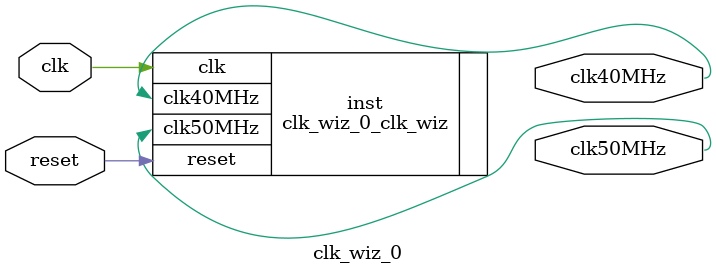
<source format=v>


`timescale 1ps/1ps

(* CORE_GENERATION_INFO = "clk_wiz_0,clk_wiz_v5_4_2_0,{component_name=clk_wiz_0,use_phase_alignment=true,use_min_o_jitter=false,use_max_i_jitter=false,use_dyn_phase_shift=false,use_inclk_switchover=false,use_dyn_reconfig=false,enable_axi=0,feedback_source=FDBK_AUTO,PRIMITIVE=MMCM,num_out_clk=2,clkin1_period=10.000,clkin2_period=10.000,use_power_down=false,use_reset=true,use_locked=false,use_inclk_stopped=false,feedback_type=SINGLE,CLOCK_MGR_TYPE=NA,manual_override=false}" *)

module clk_wiz_0 
 (
  // Clock out ports
  output        clk40MHz,
  output        clk50MHz,
  // Status and control signals
  input         reset,
 // Clock in ports
  input         clk
 );

  clk_wiz_0_clk_wiz inst
  (
  // Clock out ports  
  .clk40MHz(clk40MHz),
  .clk50MHz(clk50MHz),
  // Status and control signals               
  .reset(reset), 
 // Clock in ports
  .clk(clk)
  );

endmodule

</source>
